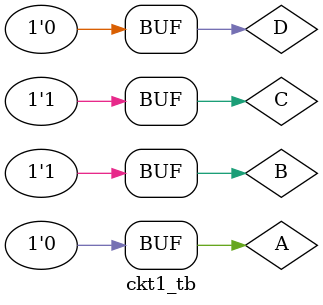
<source format=v>
module ckt1(output L,input A,B,C,D);
wire e,j,g,h,k;  //f to j
and g1(e,A,B);
or g2(j,e,C);
not g3(g,j);
or g4(k,g,D);
xor g5(h,A,j);
//and g5(m,k,1'b1); --> for j s@0
nand g6(L,h,m);
//nand g6(L,h,k);

or g7(m,k,1'b1);
endmodule

module ckt1_tb;
wire L;
reg A,B,C,D;
ckt1 uut(.A(A),.B(B),.C(C),.D(D),.L(L));
initial begin
 A=1'b0;B=1'b0;C=1'b0;D=1'b0; #10;
A=1'b1;B=1'b1;C=1'b1;D=1'b0; #10;


A=1'b0;B=1'b0;C=1'b1;D=1'b0; #10;
A=1'b0;B=1'b1;C=1'b1;D=1'b0; #10;

end
endmodule

</source>
